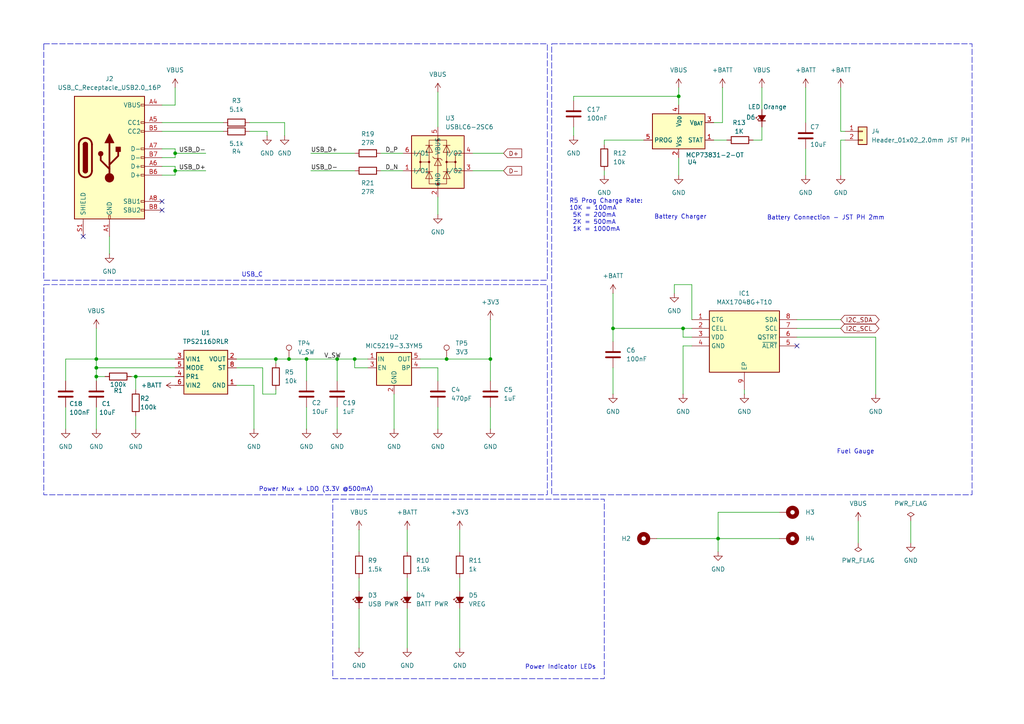
<source format=kicad_sch>
(kicad_sch (version 20250114) (generator "eeschema") (generator_version "9.0")
  (paper "A4")
  (title_block (title "LoRa Hub"))
  (lib_symbols
    (symbol "Device:R" (pin_numbers (hide yes)) (pin_names (offset 0))
      (property "Reference" "R" (at 2.032 0 90))
      (property "Value" "R" (at 0 0 90))
      (symbol "R_1_1"
        (pin passive line (at 0 3.81 270) (length 1.27) (name "~") (number "1"))
        (pin passive line (at 0 -3.81 90) (length 1.27) (name "~") (number "2"))
      )
    )
    (symbol "IBA_mechanical_parts:MountingHole_Pad_M3" (pin_numbers (hide yes)) (pin_names (offset 1.016) (hide yes)) (in_bom no)
      (symbol "MountingHole_Pad_M3_1_1"
        (pin input line (at 0 -2.54 90) (length 2.54) (name "1") (number "1"))
      )
    )
    (symbol "Library:+3V3" (power) (pin_numbers (hide yes)) (pin_names (offset 0) (hide yes))
      (property "Value" "+3V3" (at 0 3.556 0))
      (symbol "+3V3_1_1"
        (pin power_in line (at 0 0 90) (length 0) (name "~") (number "1"))
      )
    )
    (symbol "Library:+BATT" (power) (pin_numbers (hide yes)) (pin_names (offset 0) (hide yes))
      (property "Value" "+BATT" (at 0 3.556 0))
      (symbol "+BATT_1_1"
        (pin power_in line (at 0 0 90) (length 0) (name "~") (number "1"))
      )
    )
    (symbol "Library:100K_0603_standard" (pin_numbers (hide yes)) (pin_names (offset 0))
      (property "Reference" "R" (at 2.032 0 90))
      (property "Value" "100K" (at -2.54 0 90))
      (symbol "100K_0603_standard_1_1"
        (pin passive line (at 0 3.81 270) (length 1.27) (name "~") (number "1"))
        (pin passive line (at 0 -3.81 90) (length 1.27) (name "~") (number "2"))
      )
    )
    (symbol "Library:100nF_0805_100V_X7R" (pin_numbers (hide yes)) (pin_names (offset 0.254))
      (property "Reference" "C" (at 0.635 2.54 0))
      (property "Value" "100nF_0805_100V_X7R" (at 0.635 -2.54 0))
      (symbol "100nF_0805_100V_X7R_1_1"
        (pin passive line (at 0 3.81 270) (length 2.794) (name "~") (number "1"))
        (pin passive line (at 0 -3.81 90) (length 2.794) (name "~") (number "2"))
      )
    )
    (symbol "Library:10K0_0603" (pin_numbers (hide yes)) (pin_names (offset 0))
      (property "Reference" "R" (at 2.032 0 90))
      (property "Value" "10K0_0603" (at -2.54 0 90))
      (symbol "10K0_0603_1_1"
        (pin passive line (at 0 3.81 270) (length 1.27) (name "~") (number "1"))
        (pin passive line (at 0 -3.81 90) (length 1.27) (name "~") (number "2"))
      )
    )
    (symbol "Library:10K_0805" (pin_numbers (hide yes)) (pin_names (offset 0))
      (property "Reference" "R" (at 2.032 0 90))
      (property "Value" "10K_0805" (at -2.54 0 90))
      (symbol "10K_0805_1_1"
        (pin passive line (at 0 3.81 270) (length 1.27) (name "~") (number "1"))
        (pin passive line (at 0 -3.81 90) (length 1.27) (name "~") (number "2"))
      )
    )
    (symbol "Library:10uF_0603_10V_X5R" (pin_numbers (hide yes)) (pin_names (offset 0.254))
      (property "Reference" "C" (at 0.635 2.54 0))
      (property "Value" "10uF_0603_10V_X5R" (at 0.635 -2.54 0))
      (symbol "10uF_0603_10V_X5R_1_1"
        (pin passive line (at 0 3.81 270) (length 2.794) (name "~") (number "1"))
        (pin passive line (at 0 -3.81 90) (length 2.794) (name "~") (number "2"))
      )
    )
    (symbol "Library:10uF_1210_50V_X7R" (pin_numbers (hide yes)) (pin_names (offset 0.254))
      (property "Reference" "C" (at 1.27 2.54 0))
      (property "Value" "10uF" (at 1.27 -2.54 0))
      (symbol "10uF_1210_50V_X7R_1_1"
        (pin passive line (at 0 3.81 270) (length 2.794) (name "~") (number "1"))
        (pin passive line (at 0 -3.81 90) (length 2.794) (name "~") (number "2"))
      )
    )
    (symbol "Library:1K5_0805" (pin_numbers (hide yes))
      (property "Reference" "R" (at -2.54 -1.27 90))
      (property "Value" "1K5_0805" (at 2.54 -5.08 90))
      (symbol "1K5_0805_1_1"
        (pin passive line (at 0 3.81 270) (length 1.27) (name "~") (number "1"))
        (pin passive line (at 0 -3.81 90) (length 1.27) (name "~") (number "2"))
      )
    )
    (symbol "Library:1K_0603" (pin_numbers (hide yes)) (pin_names (offset 0))
      (property "Reference" "R" (at 2.032 0 90))
      (property "Value" "1K" (at -2.54 0 90))
      (symbol "1K_0603_1_1"
        (pin passive line (at 0 3.81 270) (length 1.27) (name "~") (number "1"))
        (pin passive line (at 0 -3.81 90) (length 1.27) (name "~") (number "2"))
      )
    )
    (symbol "Library:1K_0805" (pin_numbers (hide yes)) (pin_names (offset 0))
      (property "Reference" "R" (at 2.032 0 90))
      (property "Value" "1K_0805" (at -2.54 0 90))
      (symbol "1K_0805_1_1"
        (pin passive line (at 0 3.81 270) (length 1.27) (name "~") (number "1"))
        (pin passive line (at 0 -3.81 90) (length 1.27) (name "~") (number "2"))
      )
    )
    (symbol "Library:1uF_0805_25V_X7R" (pin_numbers (hide yes)) (pin_names (offset 0.254))
      (property "Reference" "C" (at 0.635 2.54 0))
      (property "Value" "1uF_0805_25V_X7R" (at 0.635 -2.54 0))
      (symbol "1uF_0805_25V_X7R_1_1"
        (pin passive line (at 0 3.81 270) (length 2.794) (name "~") (number "1"))
        (pin passive line (at 0 -3.81 90) (length 2.794) (name "~") (number "2"))
      )
    )
    (symbol "Library:470pF_0805_100V_NP0-C0G" (pin_numbers (hide yes)) (pin_names (offset 0.254))
      (property "Reference" "C" (at 0.635 2.54 0))
      (property "Value" "470pF_0805_100V_NP0-C0G" (at 0.635 -2.54 0))
      (symbol "470pF_0805_100V_NP0-C0G_1_1"
        (pin passive line (at 0 3.81 270) (length 2.794) (name "~") (number "1"))
        (pin passive line (at 0 -3.81 90) (length 2.794) (name "~") (number "2"))
      )
    )
    (symbol "Library:5K1_0805" (pin_numbers (hide yes))
      (property "Reference" "R" (at -3.81 0 90))
      (property "Value" "5K1_0805" (at 3.81 -5.08 90))
      (symbol "5K1_0805_1_1"
        (pin passive line (at 0 3.81 270) (length 1.27) (name "~") (number "1"))
        (pin passive line (at 0 -3.81 90) (length 1.27) (name "~") (number "2"))
      )
    )
    (symbol "Library:GND" (power) (pin_numbers (hide yes)) (pin_names (offset 0) (hide yes))
      (property "Value" "GND" (at 0 -3.81 0))
      (symbol "GND_1_1"
        (pin power_in line (at 0 0 270) (length 0) (name "~") (number "1"))
      )
    )
    (symbol "Library:Header_01x02_1.5mm_JST" (pin_names (hide yes))
      (property "Reference" "J" (at 0 3.81 0))
      (property "Value" "Header_01x02_1.5mm_JST" (at 0 -3.81 0))
      (symbol "Header_01x02_1.5mm_JST_1_1"
        (pin passive line (at -5.08 1.27 0) (length 3.81) (name "Pin_1") (number "1"))
        (pin passive line (at -5.08 -1.27 0) (length 3.81) (name "Pin_2") (number "2"))
      )
    )
    (symbol "Library:LED_Green_0805" (pin_numbers (hide yes)) (pin_names (offset 0.254) (hide yes))
      (property "Reference" "D" (at -1.27 3.175 0))
      (property "Value" "LED Green" (at -4.445 -2.54 0))
      (symbol "LED_Green_0805_1_1"
        (pin passive line (at -2.54 0 0) (length 1.778) (name "K") (number "1"))
        (pin passive line (at 2.54 0 180) (length 1.778) (name "A") (number "2"))
      )
    )
    (symbol "Library:LED_Red_0805" (pin_numbers (hide yes)) (pin_names (offset 0.254) (hide yes))
      (property "Reference" "D" (at -1.27 3.175 0))
      (property "Value" "LED Red" (at -4.445 -2.54 0))
      (symbol "LED_Red_0805_1_1"
        (pin passive line (at -2.54 0 0) (length 1.778) (name "K") (number "1"))
        (pin passive line (at 2.54 0 180) (length 1.778) (name "A") (number "2"))
      )
    )
    (symbol "Library:MAX17048G+T10"
      (property "Reference" "IC" (at 26.67 7.62 0))
      (property "Value" "MAX17048G+T10" (at 26.67 5.08 0))
      (symbol "MAX17048G+T10_1_1"
        (pin passive line (at 0 0 0) (length 5.08) (name "CTG") (number "1"))
        (pin passive line (at 0 -2.54 0) (length 5.08) (name "CELL") (number "2"))
        (pin passive line (at 0 -5.08 0) (length 5.08) (name "VDD") (number "3"))
        (pin passive line (at 0 -7.62 0) (length 5.08) (name "GND") (number "4"))
        (pin passive line (at 15.24 -20.32 90) (length 5.08) (name "EP") (number "9"))
        (pin passive line (at 30.48 0 180) (length 5.08) (name "SDA") (number "8"))
        (pin passive line (at 30.48 -2.54 180) (length 5.08) (name "SCL") (number "7"))
        (pin passive line (at 30.48 -5.08 180) (length 5.08) (name "QSTRT") (number "6"))
        (pin passive line (at 30.48 -7.62 180) (length 5.08) (name "~{ALRT}") (number "5"))
      )
    )
    (symbol "Library:MCP73831-2-OT"
      (property "Reference" "U" (at -7.62 6.35 0))
      (property "Value" "MCP73831-2-OT" (at 1.27 6.35 0))
      (symbol "MCP73831-2-OT_1_1"
        (pin input line (at -10.16 -2.54 0) (length 2.54) (name "PROG") (number "5"))
        (pin power_in line (at 0 7.62 270) (length 2.54) (name "V_{DD}") (number "4"))
        (pin power_in line (at 0 -7.62 90) (length 2.54) (name "V_{SS}") (number "2"))
        (pin power_out line (at 10.16 2.54 180) (length 2.54) (name "V_{BAT}") (number "3"))
        (pin tri_state line (at 10.16 -2.54 180) (length 2.54) (name "STAT") (number "1"))
      )
    )
    (symbol "Library:MIC5219-3.3YM5" (pin_names (offset 0.254))
      (property "Reference" "U" (at -3.81 5.715 0))
      (property "Value" "MIC5219-3.3YM5" (at 0 5.715 0))
      (symbol "MIC5219-3.3YM5_1_1"
        (pin power_in line (at -7.62 2.54 0) (length 2.54) (name "IN") (number "1"))
        (pin input line (at -7.62 0 0) (length 2.54) (name "EN") (number "3"))
        (pin power_in line (at 0 -7.62 90) (length 2.54) (name "GND") (number "2"))
        (pin power_out line (at 7.62 2.54 180) (length 2.54) (name "OUT") (number "5"))
        (pin input line (at 7.62 0 180) (length 2.54) (name "BP") (number "4"))
      )
    )
    (symbol "Library:PWR_FLAG" (power) (pin_numbers (hide yes)) (pin_names (offset 0) (hide yes))
      (property "Value" "PWR_FLAG" (at 0 3.81 0))
      (symbol "PWR_FLAG_0_0"
        (pin power_out line (at 0 0 90) (length 0) (name "~") (number "1"))
      )
    )
    (symbol "Library:TPS2116DRLR"
      (property "Reference" "U" (at 2.54 3.81 0))
      (property "Value" "TPS2116DRLR" (at 2.54 -12.7 0))
      (symbol "TPS2116DRLR_1_1"
        (pin power_in line (at 0 0 0) (length 2.54) (name "VIN1") (number "3"))
        (pin input line (at 0 -2.54 0) (length 2.54) (name "MODE") (number "5"))
        (pin input line (at 0 -5.08 0) (length 2.54) (name "PR1") (number "4"))
        (pin power_in line (at 0 -7.62 0) (length 2.54) (name "VIN2") (number "6"))
        (pin power_out line (at 17.78 0 180) (length 2.54) (name "VOUT") (number "2"))
        (pin passive line (at 17.78 0 180) (length 2.54) (hide yes) (name "VOUT") (number "7"))
        (pin open_collector line (at 17.78 -2.54 180) (length 2.54) (name "ST") (number "8"))
        (pin power_in line (at 17.78 -7.62 180) (length 2.54) (name "GND") (number "1"))
      )
    )
    (symbol "Library:TestPoint" (pin_numbers (hide yes)) (pin_names (offset 0.762) (hide yes))
      (property "Reference" "TP" (at 0 6.858 0))
      (property "Value" "TestPoint" (at 0 5.08 0))
      (symbol "TestPoint_1_1"
        (pin passive line (at 0 0 90) (length 2.54) (name "1") (number "1"))
      )
    )
    (symbol "Library:USBLC6-2SC6"
      (property "Reference" "U" (at 1.27 11.43 0))
      (property "Value" "USBLC6-2SC6" (at 1.27 8.89 0))
      (symbol "USBLC6-2SC6_1_1"
        (pin passive line (at -10.16 2.54 0) (length 2.54) (name "I/O1") (number "6"))
        (pin passive line (at -10.16 -2.54 0) (length 2.54) (name "I/O1") (number "1"))
        (pin passive line (at 0 10.16 270) (length 2.54) (name "VBUS") (number "5"))
        (pin passive line (at 0 -10.16 90) (length 2.54) (name "GND") (number "2"))
        (pin passive line (at 10.16 2.54 180) (length 2.54) (name "I/O2") (number "4"))
        (pin passive line (at 10.16 -2.54 180) (length 2.54) (name "I/O2") (number "3"))
      )
    )
    (symbol "Library:USB_C_Receptacle_USB2.0_16P" (pin_names (offset 1.016))
      (property "Reference" "J" (at 0 22.225 0))
      (property "Value" "USB_C_Receptacle_USB2.0_16P" (at 0 19.685 0))
      (symbol "USB_C_Receptacle_USB2.0_16P_1_1"
        (pin passive line (at -7.62 -22.86 90) (length 5.08) (name "SHIELD") (number "S1"))
        (pin passive line (at 0 -22.86 90) (length 5.08) (name "GND") (number "A1"))
        (pin passive line (at 0 -22.86 90) (length 5.08) (hide yes) (name "GND") (number "A12"))
        (pin passive line (at 0 -22.86 90) (length 5.08) (hide yes) (name "GND") (number "B1"))
        (pin passive line (at 0 -22.86 90) (length 5.08) (hide yes) (name "GND") (number "B12"))
        (pin passive line (at 15.24 15.24 180) (length 5.08) (name "VBUS") (number "A4"))
        (pin passive line (at 15.24 15.24 180) (length 5.08) (hide yes) (name "VBUS") (number "A9"))
        (pin passive line (at 15.24 15.24 180) (length 5.08) (hide yes) (name "VBUS") (number "B4"))
        (pin passive line (at 15.24 15.24 180) (length 5.08) (hide yes) (name "VBUS") (number "B9"))
        (pin bidirectional line (at 15.24 10.16 180) (length 5.08) (name "CC1") (number "A5"))
        (pin bidirectional line (at 15.24 7.62 180) (length 5.08) (name "CC2") (number "B5"))
        (pin bidirectional line (at 15.24 2.54 180) (length 5.08) (name "D-") (number "A7"))
        (pin bidirectional line (at 15.24 0 180) (length 5.08) (name "D-") (number "B7"))
        (pin bidirectional line (at 15.24 -2.54 180) (length 5.08) (name "D+") (number "A6"))
        (pin bidirectional line (at 15.24 -5.08 180) (length 5.08) (name "D+") (number "B6"))
        (pin bidirectional line (at 15.24 -12.7 180) (length 5.08) (name "SBU1") (number "A8"))
        (pin bidirectional line (at 15.24 -15.24 180) (length 5.08) (name "SBU2") (number "B8"))
      )
    )
    (symbol "Library:VBUS" (power) (pin_numbers (hide yes)) (pin_names (offset 0) (hide yes))
      (property "Value" "VBUS" (at 0 3.556 0))
      (symbol "VBUS_1_1"
        (pin power_in line (at 0 0 90) (length 0) (name "~") (number "1"))
      )
    )
  )
  (rectangle (start 12.7 12.7) (end 158.75 81.28) (stroke (width 0) (type dash)))
  (rectangle (start 12.7 82.55) (end 158.75 143.51) (stroke (width 0) (type dash)))
  (rectangle (start 96.52 144.78) (end 175.26 196.85) (stroke (width 0) (type dash)))
  (rectangle (start 160.02 12.7) (end 281.94 143.51) (stroke (width 0) (type dash)))
  (text "Battery Connection - JST PH 2mm" (at 239.522 63.246 0) (effects (font (size 1.27 1.27))))
  (text "R5 Prog Charge Rate:\n10K = 100mA\n 5K = 200mA\n 2K = 500mA\n 1K = 1000mA" (at 165.1 67.31 0) (effects (font (size 1.27 1.27)) (justify left bottom)))
  (text "Battery Charger" (at 197.358 62.992 0) (effects (font (size 1.27 1.27))))
  (text "Power Indicator LEDs\n" (at 162.56 193.548 0) (effects (font (size 1.27 1.27))))
  (text "Power Mux + LDO (3.3V @500mA)" (at 91.694 141.986 0) (effects (font (size 1.27 1.27))))
  (text "USB_C" (at 73.152 79.756 0) (effects (font (size 1.27 1.27))))
  (text "Fuel Gauge" (at 248.158 131.064 0) (effects (font (size 1.27 1.27))))
  (junction (at 198.12 95.25))
  (junction (at 88.9 104.14))
  (junction (at 196.85 27.94))
  (junction (at 39.37 109.22))
  (junction (at 27.94 106.68))
  (junction (at 97.79 104.14))
  (junction (at 80.01 104.14))
  (junction (at 83.82 104.14))
  (junction (at 27.94 109.22))
  (junction (at 208.28 156.21))
  (junction (at 142.24 104.14))
  (junction (at 177.8 95.25))
  (junction (at 102.87 104.14))
  (junction (at 129.54 104.14))
  (junction (at 27.94 104.14))
  (junction (at 50.8 49.53))
  (junction (at 50.8 44.45))
  (no_connect (at 46.99 58.42))
  (no_connect (at 46.99 60.96))
  (no_connect (at 24.13 68.58))
  (no_connect (at 231.14 100.33))
  (wire (pts (xy 243.84 40.64) (xy 243.84 50.8)))
  (wire (pts (xy 50.8 25.4) (xy 50.8 30.48)))
  (wire (pts (xy 88.9 104.14) (xy 97.79 104.14)))
  (wire (pts (xy 142.24 118.11) (xy 142.24 124.46)))
  (wire (pts (xy 97.79 104.14) (xy 97.79 110.49)))
  (wire (pts (xy 245.11 38.1) (xy 243.84 38.1)))
  (wire (pts (xy 88.9 118.11) (xy 88.9 124.46)))
  (wire (pts (xy 215.9 113.03) (xy 215.9 114.3)))
  (wire (pts (xy 114.3 114.3) (xy 114.3 124.46)))
  (wire (pts (xy 127 118.11) (xy 127 124.46)))
  (wire (pts (xy 121.92 104.14) (xy 129.54 104.14)))
  (wire (pts (xy 245.11 40.64) (xy 243.84 40.64)))
  (wire (pts (xy 137.16 44.45) (xy 146.05 44.45)))
  (wire (pts (xy 38.1 109.22) (xy 39.37 109.22)))
  (wire (pts (xy 121.92 106.68) (xy 127 106.68)))
  (wire (pts (xy 39.37 120.65) (xy 39.37 124.46)))
  (wire (pts (xy 50.8 43.18) (xy 50.8 44.45)))
  (wire (pts (xy 133.35 176.53) (xy 133.35 187.96)))
  (wire (pts (xy 208.28 148.59) (xy 208.28 156.21)))
  (wire (pts (xy 220.98 25.4) (xy 220.98 31.75)))
  (wire (pts (xy 73.66 111.76) (xy 73.66 124.46)))
  (wire (pts (xy 196.85 45.72) (xy 196.85 50.8)))
  (wire (pts (xy 82.55 35.56) (xy 82.55 39.37)))
  (wire (pts (xy 80.01 104.14) (xy 80.01 105.41)))
  (wire (pts (xy 129.54 104.14) (xy 142.24 104.14)))
  (wire (pts (xy 104.14 176.53) (xy 104.14 187.96)))
  (wire (pts (xy 19.05 118.11) (xy 19.05 124.46)))
  (wire (pts (xy 50.8 44.45) (xy 59.69 44.45)))
  (wire (pts (xy 72.39 35.56) (xy 82.55 35.56)))
  (wire (pts (xy 80.01 104.14) (xy 83.82 104.14)))
  (wire (pts (xy 198.12 95.25) (xy 200.66 95.25)))
  (wire (pts (xy 104.14 167.64) (xy 104.14 171.45)))
  (wire (pts (xy 243.84 25.4) (xy 243.84 38.1)))
  (wire (pts (xy 46.99 48.26) (xy 50.8 48.26)))
  (wire (pts (xy 220.98 36.83) (xy 220.98 40.64)))
  (wire (pts (xy 31.75 68.58) (xy 31.75 73.66)))
  (wire (pts (xy 68.58 111.76) (xy 73.66 111.76)))
  (wire (pts (xy 231.14 92.71) (xy 243.84 92.71)))
  (wire (pts (xy 146.05 49.53) (xy 137.16 49.53)))
  (wire (pts (xy 19.05 110.49) (xy 19.05 104.14)))
  (wire (pts (xy 133.35 153.67) (xy 133.35 160.02)))
  (wire (pts (xy 195.58 85.09) (xy 195.58 82.55)))
  (wire (pts (xy 118.11 153.67) (xy 118.11 160.02)))
  (wire (pts (xy 177.8 95.25) (xy 177.8 99.06)))
  (wire (pts (xy 208.28 156.21) (xy 208.28 160.02)))
  (wire (pts (xy 72.39 38.1) (xy 77.47 38.1)))
  (wire (pts (xy 102.87 104.14) (xy 106.68 104.14)))
  (wire (pts (xy 142.24 104.14) (xy 142.24 110.49)))
  (wire (pts (xy 76.2 106.68) (xy 68.58 106.68)))
  (wire (pts (xy 27.94 106.68) (xy 50.8 106.68)))
  (wire (pts (xy 208.28 156.21) (xy 226.06 156.21)))
  (wire (pts (xy 196.85 27.94) (xy 196.85 30.48)))
  (wire (pts (xy 195.58 82.55) (xy 200.66 82.55)))
  (wire (pts (xy 39.37 109.22) (xy 50.8 109.22)))
  (wire (pts (xy 196.85 25.4) (xy 196.85 27.94)))
  (wire (pts (xy 106.68 106.68) (xy 102.87 106.68)))
  (wire (pts (xy 27.94 104.14) (xy 27.94 106.68)))
  (wire (pts (xy 142.24 104.14) (xy 142.24 92.71)))
  (wire (pts (xy 97.79 104.14) (xy 102.87 104.14)))
  (wire (pts (xy 177.8 95.25) (xy 177.8 85.09)))
  (wire (pts (xy 118.11 167.64) (xy 118.11 171.45)))
  (wire (pts (xy 68.58 104.14) (xy 80.01 104.14)))
  (wire (pts (xy 97.79 118.11) (xy 97.79 124.46)))
  (wire (pts (xy 19.05 104.14) (xy 27.94 104.14)))
  (wire (pts (xy 104.14 153.67) (xy 104.14 160.02)))
  (wire (pts (xy 209.55 25.4) (xy 209.55 35.56)))
  (wire (pts (xy 46.99 45.72) (xy 50.8 45.72)))
  (wire (pts (xy 207.01 40.64) (xy 210.82 40.64)))
  (wire (pts (xy 102.87 106.68) (xy 102.87 104.14)))
  (wire (pts (xy 46.99 43.18) (xy 50.8 43.18)))
  (wire (pts (xy 27.94 106.68) (xy 27.94 109.22)))
  (wire (pts (xy 27.94 104.14) (xy 50.8 104.14)))
  (wire (pts (xy 264.16 157.48) (xy 264.16 151.13)))
  (wire (pts (xy 27.94 109.22) (xy 27.94 110.49)))
  (wire (pts (xy 39.37 109.22) (xy 39.37 113.03)))
  (wire (pts (xy 209.55 35.56) (xy 207.01 35.56)))
  (wire (pts (xy 50.8 48.26) (xy 50.8 49.53)))
  (wire (pts (xy 200.66 82.55) (xy 200.66 92.71)))
  (wire (pts (xy 133.35 167.64) (xy 133.35 171.45)))
  (wire (pts (xy 200.66 97.79) (xy 198.12 97.79)))
  (wire (pts (xy 80.01 114.3) (xy 76.2 114.3)))
  (wire (pts (xy 254 97.79) (xy 254 114.3)))
  (wire (pts (xy 77.47 38.1) (xy 77.47 39.37)))
  (wire (pts (xy 110.49 49.53) (xy 116.84 49.53)))
  (wire (pts (xy 46.99 38.1) (xy 64.77 38.1)))
  (wire (pts (xy 248.92 151.13) (xy 248.92 157.48)))
  (wire (pts (xy 127 26.67) (xy 127 36.83)))
  (wire (pts (xy 127 57.15) (xy 127 62.23)))
  (wire (pts (xy 50.8 49.53) (xy 50.8 50.8)))
  (wire (pts (xy 27.94 95.25) (xy 27.94 104.14)))
  (wire (pts (xy 27.94 118.11) (xy 27.94 124.46)))
  (wire (pts (xy 177.8 106.68) (xy 177.8 114.3)))
  (wire (pts (xy 190.5 156.21) (xy 208.28 156.21)))
  (wire (pts (xy 198.12 95.25) (xy 177.8 95.25)))
  (wire (pts (xy 90.17 44.45) (xy 102.87 44.45)))
  (wire (pts (xy 76.2 114.3) (xy 76.2 106.68)))
  (wire (pts (xy 88.9 104.14) (xy 88.9 110.49)))
  (wire (pts (xy 166.37 36.83) (xy 166.37 39.37)))
  (wire (pts (xy 175.26 41.91) (xy 175.26 40.64)))
  (wire (pts (xy 30.48 109.22) (xy 27.94 109.22)))
  (wire (pts (xy 83.82 104.14) (xy 88.9 104.14)))
  (wire (pts (xy 208.28 148.59) (xy 226.06 148.59)))
  (wire (pts (xy 46.99 35.56) (xy 64.77 35.56)))
  (wire (pts (xy 127 106.68) (xy 127 110.49)))
  (wire (pts (xy 50.8 44.45) (xy 50.8 45.72)))
  (wire (pts (xy 46.99 30.48) (xy 50.8 30.48)))
  (wire (pts (xy 46.99 50.8) (xy 50.8 50.8)))
  (wire (pts (xy 231.14 95.25) (xy 243.84 95.25)))
  (wire (pts (xy 198.12 97.79) (xy 198.12 95.25)))
  (wire (pts (xy 200.66 100.33) (xy 198.12 100.33)))
  (wire (pts (xy 231.14 97.79) (xy 254 97.79)))
  (wire (pts (xy 175.26 40.64) (xy 186.69 40.64)))
  (wire (pts (xy 233.68 25.4) (xy 233.68 35.56)))
  (wire (pts (xy 166.37 29.21) (xy 166.37 27.94)))
  (wire (pts (xy 166.37 27.94) (xy 196.85 27.94)))
  (wire (pts (xy 110.49 44.45) (xy 116.84 44.45)))
  (wire (pts (xy 80.01 113.03) (xy 80.01 114.3)))
  (wire (pts (xy 90.17 49.53) (xy 102.87 49.53)))
  (wire (pts (xy 198.12 100.33) (xy 198.12 114.3)))
  (wire (pts (xy 175.26 49.53) (xy 175.26 50.8)))
  (wire (pts (xy 50.8 49.53) (xy 59.69 49.53)))
  (wire (pts (xy 220.98 40.64) (xy 218.44 40.64)))
  (wire (pts (xy 233.68 43.18) (xy 233.68 50.8)))
  (wire (pts (xy 118.11 176.53) (xy 118.11 187.96)))
  (label "USB_D+" (at 90.17 44.45 0))
  (label "USB_D+" (at 59.69 49.53 180))
  (label "V_SW" (at 93.98 104.14 0))
  (label "USB_D-" (at 59.69 44.45 180))
  (label "USB_D-" (at 90.17 49.53 0))
  (label "D_P" (at 111.76 44.45 0))
  (label "D_N" (at 111.76 49.53 0))
  (global_label "D+" (shape input) (at 146.05 44.45 0) (property "Intersheetrefs" "${INTERSHEET_REFS}" (effects (hide yes))))
  (global_label "I2C_SCL" (shape bidirectional) (at 243.84 95.25 0) (property "Intersheetrefs" "${INTERSHEET_REFS}" (effects (hide yes))))
  (global_label "I2C_SDA" (shape bidirectional) (at 243.84 92.71 0) (property "Intersheetrefs" "${INTERSHEET_REFS}" (effects (hide yes))))
  (global_label "D-" (shape input) (at 146.05 49.53 0) (property "Intersheetrefs" "${INTERSHEET_REFS}" (effects (hide yes))))
  (symbol (lib_id "Library:GND") (at 97.79 124.46 0) (mirror y) (unit 1)
    (property "Reference" "#PWR068" (effects (hide yes)))
    (property "Value" "GND" (at 97.79 129.54 0))
    (property "Description" "Power symbol creates a global label with name \"GND\" , ground" (effects (hide yes)))
  )
  (symbol (lib_id "Library:GND") (at 177.8 114.3 0) (unit 1)
    (property "Reference" "#PWR033" (effects (hide yes)))
    (property "Value" "GND" (at 177.8 119.38 0))
    (property "Description" "Power symbol creates a global label with name \"GND\" , ground" (effects (hide yes)))
  )
  (symbol (lib_id "Library:GND") (at 175.26 50.8 0) (unit 1)
    (property "Reference" "#PWR031" (effects (hide yes)))
    (property "Value" "GND" (at 175.26 55.88 0))
    (property "Description" "Power symbol creates a global label with name \"GND\" , ground" (effects (hide yes)))
  )
  (symbol (lib_id "Library:100nF_0805_100V_X7R") (at 166.37 33.02 0) (unit 1)
    (property "Reference" "C17" (at 170.18 31.7499 0) (effects (justify left)))
    (property "Value" "100nF" (at 170.18 34.2899 0) (effects (justify left)))
    (property "Footprint" "Project_Footprints:C_0805_2012Metric" (effects (hide yes)))
    (property "Description" "100nF 0805, ceramic capacitor, 100V, X7R, 10%" (effects (hide yes)))
    (property "Status" "Preferred" (effects (hide yes)))
    (property "Mfr1" "AVX" (effects (hide yes)))
    (property "MPN1" "08051C104KAT2A" (effects (hide yes)))
    (property "Mfr2" "KEMET" (effects (hide yes)))
    (property "MPN2" "C0805C104K1RACTU" (effects (hide yes)))
  )
  (symbol (lib_id "Library:100K_0603_standard") (at 34.29 109.22 90) (unit 1)
    (property "Reference" "R1" (at 34.29 113.284 90))
    (property "Value" "100k" (at 34.29 111.506 90))
    (property "Footprint" "Project_Footprints:R_0603_1608Metric" (effects (hide yes)))
    (property "Description" "Resistor 100K, 0603, 1%, 75V, Thick Film, 100ppm" (effects (hide yes)))
    (property "Status" "Recommended for New Design" (effects (hide yes)))
    (property "Mfr1" "Panasonic" (effects (hide yes)))
    (property "MPN1" "ERJ-3EKF1003V" (effects (hide yes)))
    (property "Mfr2" "Vishay" (effects (hide yes)))
    (property "MPN2" "CRCW0603100KFKEA" (effects (hide yes)))
    (property "Mfr3" "Yageo" (effects (hide yes)))
    (property "MPN3" "RC0603FR-07100KL" (effects (hide yes)))
  )
  (symbol (lib_id "Library:1K_0603") (at 214.63 40.64 90) (unit 1)
    (property "Reference" "R13" (at 214.376 35.56 90))
    (property "Value" "1K" (at 214.376 38.1 90))
    (property "Footprint" "Project_Footprints:R_0603_1608Metric" (effects (hide yes)))
    (property "Description" "Resistor 1K, 0603, 1%, 150V, Thick Film" (effects (hide yes)))
    (property "Status" "Preferred" (effects (hide yes)))
    (property "Mfr1" "Panasonic" (effects (hide yes)))
    (property "MPN1" "ERJ-PA3F1001V" (effects (hide yes)))
    (property "Mfr2" "Panasonic" (effects (hide yes)))
    (property "MPN2" "ERJ-UP3F1001V" (effects (hide yes)))
  )
  (symbol (lib_id "Library:PWR_FLAG") (at 264.16 151.13 0) (unit 1)
    (property "Reference" "#FLG02" (effects (hide yes)))
    (property "Value" "PWR_FLAG" (at 264.16 146.05 0))
    (property "Description" "Special symbol for telling ERC where power comes from" (effects (hide yes)))
  )
  (symbol (lib_id "Library:1uF_0805_25V_X7R") (at 142.24 114.3 0) (unit 1)
    (property "Reference" "C5" (at 146.05 113.0299 0) (effects (justify left)))
    (property "Value" "1uF" (at 146.05 115.5699 0) (effects (justify left)))
    (property "Footprint" "Project_Footprints:C_0805_2012Metric" (effects (hide yes)))
    (property "Description" "1uF 0805, ceramic capacitor, 25V, X7R, 10%" (effects (hide yes)))
    (property "Status" "Preferred" (effects (hide yes)))
    (property "Mfr1" "AVX" (effects (hide yes)))
    (property "MPN1" "08053C105KAT2A" (effects (hide yes)))
    (property "Mfr2" "KEMET" (effects (hide yes)))
    (property "MPN2" "C0805C105K3RACTU" (effects (hide yes)))
  )
  (symbol (lib_id "Library:LED_Red_0805") (at 118.11 173.99 90) (unit 1)
    (property "Reference" "D4" (at 120.65 172.6564 90) (effects (justify right)))
    (property "Value" "BATT PWR" (at 120.65 175.1964 90) (effects (justify right)))
    (property "Footprint" "Project_Footprints:LED_0805" (effects (hide yes)))
    (property "Datasheet" "https://www.kingbrightusa.com/images/catalog/SPEC/APTD2012LSURCK.pdf" (effects (hide yes)))
    (property "Description" "Light emitting diode Red 0805 2mA" (effects (hide yes)))
    (property "Mfr1" "Kingbright" (effects (hide yes)))
    (property "MPN1" "APTD2012LSURCK" (effects (hide yes)))
  )
  (symbol (lib_id "Library:GND") (at 82.55 39.37 0) (unit 1)
    (property "Reference" "#PWR011" (effects (hide yes)))
    (property "Value" "GND" (at 82.55 44.45 0))
    (property "Description" "Power symbol creates a global label with name \"GND\" , ground" (effects (hide yes)))
  )
  (symbol (lib_id "Library:GND") (at 27.94 124.46 0) (mirror y) (unit 1)
    (property "Reference" "#PWR02" (effects (hide yes)))
    (property "Value" "GND" (at 27.94 129.54 0))
    (property "Description" "Power symbol creates a global label with name \"GND\" , ground" (effects (hide yes)))
  )
  (symbol (lib_id "Library:GND") (at 77.47 39.37 0) (unit 1)
    (property "Reference" "#PWR09" (effects (hide yes)))
    (property "Value" "GND" (at 77.47 44.45 0))
    (property "Description" "Power symbol creates a global label with name \"GND\" , ground" (effects (hide yes)))
  )
  (symbol (lib_id "Library:LED_Green_0805") (at 220.98 34.29 90) (unit 1)
    (property "Reference" "D6" (at 216.408 34.036 90) (effects (justify right)))
    (property "Value" "LED Orange" (at 216.916 30.988 90) (effects (justify right)))
    (property "Footprint" "Project_Footprints:LED_0805" (effects (hide yes)))
    (property "Description" "Light emitting diode Green 0805 2mA" (effects (hide yes)))
    (property "Mfr1" "Kingbright" (effects (hide yes)))
    (property "MPN1" "APTD2012LCGCK" (effects (hide yes)))
  )
  (symbol (lib_id "Library:GND") (at 39.37 124.46 0) (mirror y) (unit 1)
    (property "Reference" "#PWR03" (effects (hide yes)))
    (property "Value" "GND" (at 39.37 129.54 0))
    (property "Description" "Power symbol creates a global label with name \"GND\" , ground" (effects (hide yes)))
  )
  (symbol (lib_id "Library:GND") (at 127 62.23 0) (mirror y) (unit 1)
    (property "Reference" "#PWR015" (effects (hide yes)))
    (property "Value" "GND" (at 127 67.31 0))
    (property "Description" "Power symbol creates a global label with name \"GND\" , ground" (effects (hide yes)))
  )
  (symbol (lib_id "Library:USBLC6-2SC6") (at 127 46.99 0) (unit 1)
    (property "Reference" "U3" (at 129.1433 34.29 0) (effects (justify left)))
    (property "Value" "USBLC6-2SC6" (at 129.1433 36.83 0) (effects (justify left)))
    (property "Footprint" "Project_Footprints:SOT-23-6" (effects (hide yes)))
    (property "Description" "Very low capacitance ESD protection of high speed interfaces -5.25VRM 17VCL SOT23-6 2 channel" (effects (hide yes)))
    (property "Mfr1" "STMicroelectronics" (effects (hide yes)))
    (property "MPN1" "USBLC6-2SC6" (effects (hide yes)))
    (property "Mfr2" "---" (effects (hide yes)))
    (property "MPN2" "---" (effects (hide yes)))
    (property "Status" "Specific" (effects (hide yes)))
  )
  (symbol (lib_id "Library:+BATT") (at 233.68 25.4 0) (unit 1)
    (property "Reference" "#PWR041" (effects (hide yes)))
    (property "Value" "+BATT" (at 233.68 20.32 0))
    (property "Description" "Power symbol creates a global label with name \"+BATT\"" (effects (hide yes)))
  )
  (symbol (lib_id "Library:GND") (at 196.85 50.8 0) (unit 1)
    (property "Reference" "#PWR036" (effects (hide yes)))
    (property "Value" "GND" (at 196.85 55.88 0))
    (property "Description" "Power symbol creates a global label with name \"GND\" , ground" (effects (hide yes)))
  )
  (symbol (lib_id "Library:USB_C_Receptacle_USB2.0_16P") (at 31.75 45.72 0) (unit 1)
    (property "Reference" "J2" (at 31.75 22.86 0))
    (property "Value" "USB_C_Receptacle_USB2.0_16P" (at 31.75 25.4 0))
    (property "Footprint" "Connector_USB:USB_C_Receptacle_GCT_USB4110" (effects (hide yes)))
    (property "Datasheet" "https://www.usb.org/sites/default/files/documents/usb_type-c.zip" (effects (hide yes)))
    (property "Description" "USB 2.0-only 16P Type-C Receptacle connector" (effects (hide yes)))
    (property "Mfr1" "GCT" (effects (hide yes)))
    (property "MPN1" "USB4110-GF-A" (effects (hide yes)))
    (property "Manufacturer" "GCT" (effects (hide yes)))
  )
  (symbol (lib_id "Library:GND") (at 198.12 114.3 0) (unit 1)
    (property "Reference" "#PWR037" (effects (hide yes)))
    (property "Value" "GND" (at 198.12 119.38 0))
    (property "Description" "Power symbol creates a global label with name \"GND\" , ground" (effects (hide yes)))
  )
  (symbol (lib_id "Library:GND") (at 254 114.3 0) (unit 1)
    (property "Reference" "#PWR045" (effects (hide yes)))
    (property "Value" "GND" (at 254 119.38 0))
    (property "Description" "Power symbol creates a global label with name \"GND\" , ground" (effects (hide yes)))
  )
  (symbol (lib_id "Library:+BATT") (at 177.8 85.09 0) (unit 1)
    (property "Reference" "#PWR032" (effects (hide yes)))
    (property "Value" "+BATT" (at 177.8 80.01 0))
    (property "Description" "Power symbol creates a global label with name \"+BATT\"" (effects (hide yes)))
  )
  (symbol (lib_id "Library:+BATT") (at 243.84 25.4 0) (unit 1)
    (property "Reference" "#PWR043" (effects (hide yes)))
    (property "Value" "+BATT" (at 243.84 20.32 0))
    (property "Description" "Power symbol creates a global label with name \"+BATT\"" (effects (hide yes)))
  )
  (symbol (lib_id "Library:100nF_0805_100V_X7R") (at 177.8 102.87 0) (unit 1)
    (property "Reference" "C6" (at 181.61 101.5999 0) (effects (justify left)))
    (property "Value" "100nF" (at 181.61 104.1399 0) (effects (justify left)))
    (property "Footprint" "Project_Footprints:C_0805_2012Metric" (effects (hide yes)))
    (property "Description" "100nF 0805, ceramic capacitor, 100V, X7R, 10%" (effects (hide yes)))
    (property "Status" "Preferred" (effects (hide yes)))
    (property "Mfr1" "AVX" (effects (hide yes)))
    (property "MPN1" "08051C104KAT2A" (effects (hide yes)))
    (property "Mfr2" "KEMET" (effects (hide yes)))
    (property "MPN2" "C0805C104K1RACTU" (effects (hide yes)))
  )
  (symbol (lib_id "IBA_mechanical_parts:MountingHole_Pad_M3") (at 187.96 156.21 90) (unit 1) (in_bom no)
    (property "Reference" "H2" (at 181.61 156.21 90))
    (property "Value" "MountingHole_Pad_M3" (effects (hide yes)))
    (property "Footprint" "MountingHole:MountingHole_3.2mm_M3_DIN965_Pad_TopBottom" (effects (hide yes)))
    (property "Description" "Mounting Hole with connection, Pad M3" (effects (hide yes)))
  )
  (symbol (lib_id "Library:GND") (at 88.9 124.46 0) (mirror y) (unit 1)
    (property "Reference" "#PWR016" (effects (hide yes)))
    (property "Value" "GND" (at 88.9 129.54 0))
    (property "Description" "Power symbol creates a global label with name \"GND\" , ground" (effects (hide yes)))
  )
  (symbol (lib_id "Library:GND") (at 127 124.46 0) (mirror y) (unit 1)
    (property "Reference" "#PWR026" (effects (hide yes)))
    (property "Value" "GND" (at 127 129.54 0))
    (property "Description" "Power symbol creates a global label with name \"GND\" , ground" (effects (hide yes)))
  )
  (symbol (lib_id "Library:5K1_0805") (at 68.58 35.56 90) (unit 1)
    (property "Reference" "R3" (at 68.58 29.21 90))
    (property "Value" "5.1k" (at 68.58 31.75 90))
    (property "Footprint" "Project_Footprints:R_0805_2012Metric" (effects (hide yes)))
    (property "Description" "Resistor 5K1, 0805, 1%, 150V, Thick Film" (effects (hide yes)))
    (property "Status" "Preferred" (effects (hide yes)))
    (property "Mfr1" "Vishay" (effects (hide yes)))
    (property "MPN1" "CRCW08055K10FKEA" (effects (hide yes)))
    (property "Mfr2" "Panasonic" (effects (hide yes)))
    (property "MPN2" "ERJ6ENF5101V" (effects (hide yes)))
  )
  (symbol (lib_id "Library:GND") (at 233.68 50.8 0) (unit 1)
    (property "Reference" "#PWR042" (effects (hide yes)))
    (property "Value" "GND" (at 233.68 55.88 0))
    (property "Description" "Power symbol creates a global label with name \"GND\" , ground" (effects (hide yes)))
  )
  (symbol (lib_id "Library:10K0_0603") (at 175.26 45.72 0) (unit 1)
    (property "Reference" "R12" (at 177.8 44.4499 0) (effects (justify left)))
    (property "Value" "10k" (at 177.8 46.9899 0) (effects (justify left)))
    (property "Footprint" "Project_Footprints:R_0603_1608Metric" (effects (hide yes)))
    (property "Description" "Resistor 10K0, 0603, 1%, 75V, Thick Film, 100mW" (effects (hide yes)))
    (property "Status" "Specific" (effects (hide yes)))
    (property "Mfr1" "Panasonic" (effects (hide yes)))
    (property "MPN1" "ERJ-3EKF1002V" (effects (hide yes)))
    (property "Mfr2" "---" (effects (hide yes)))
    (property "MPN2" "---" (effects (hide yes)))
  )
  (symbol (lib_id "Library:TPS2116DRLR") (at 50.8 104.14 0) (unit 1)
    (property "Reference" "U1" (at 59.69 96.52 0))
    (property "Value" "TPS2116DRLR" (at 59.69 99.06 0))
    (property "Footprint" "Project_Footprints:SOT-583-8" (effects (hide yes)))
    (property "Datasheet" "https://www.ti.com/lit/ds/symlink/tps2116.pdf" (effects (hide yes)))
    (property "Description" "1.6 V to 5.5 V, 2.5-A Low IQ Power Mux with Manual and Priority Switchover" (effects (hide yes)))
    (property "Status" "Specific" (effects (hide yes)))
    (property "Mfr1" "Texas Instruments" (effects (hide yes)))
    (property "MPN1" "TPS2116DRLR" (effects (hide yes)))
    (property "Reviewed" "28 Feb 2024" (effects (hide yes)))
  )
  (symbol (lib_id "Library:10uF_0603_10V_X5R") (at 88.9 114.3 0) (unit 1)
    (property "Reference" "C2" (at 90.424 116.84 0) (effects (justify left)))
    (property "Value" "10uF" (at 90.424 119.38 0) (effects (justify left)))
    (property "Footprint" "Project_Footprints:C_0603_1608Metric" (effects (hide yes)))
    (property "Description" "10uF 0603, ceramic capacitor, 10V, X5R, 20%" (effects (hide yes)))
    (property "Status" "Specific" (effects (hide yes)))
    (property "Mfr1" "AVX" (effects (hide yes)))
    (property "MPN1" "0603ZD106MAT4A" (effects (hide yes)))
    (property "Mfr2" "KEMET" (effects (hide yes)))
    (property "MPN2" "C0603C106M8PACTU" (effects (hide yes)))
    (property "LCSC" "C19702" (effects (hide yes)))
  )
  (symbol (lib_id "Library:GND") (at 142.24 124.46 0) (mirror y) (unit 1)
    (property "Reference" "#PWR030" (effects (hide yes)))
    (property "Value" "GND" (at 142.24 129.54 0))
    (property "Description" "Power symbol creates a global label with name \"GND\" , ground" (effects (hide yes)))
  )
  (symbol (lib_id "Library:GND") (at 73.66 124.46 0) (mirror y) (unit 1)
    (property "Reference" "#PWR010" (effects (hide yes)))
    (property "Value" "GND" (at 73.66 129.54 0))
    (property "Description" "Power symbol creates a global label with name \"GND\" , ground" (effects (hide yes)))
  )
  (symbol (lib_id "Library:GND") (at 264.16 157.48 0) (unit 1)
    (property "Reference" "#PWR047" (effects (hide yes)))
    (property "Value" "GND" (at 264.16 162.56 0))
    (property "Description" "Power symbol creates a global label with name \"GND\" , ground" (effects (hide yes)))
  )
  (symbol (lib_id "Library:1K5_0805") (at 118.11 163.83 0) (unit 1)
    (property "Reference" "R10" (at 120.65 162.5599 0) (effects (justify left)))
    (property "Value" "1.5k" (at 120.65 165.0999 0) (effects (justify left)))
    (property "Footprint" "Project_Footprints:R_0805_2012Metric" (effects (hide yes)))
    (property "Description" "Resistor 1K5, 0805, 1%, 150V, Thick Film" (effects (hide yes)))
    (property "Status" "Preferred" (effects (hide yes)))
    (property "Mfr1" "Vishay" (effects (hide yes)))
    (property "MPN1" "CRCW08051K50FKEA" (effects (hide yes)))
    (property "Mfr2" "Panasonic" (effects (hide yes)))
    (property "MPN2" "ERJ6ENF1501V" (effects (hide yes)))
  )
  (symbol (lib_id "Library:VBUS") (at 104.14 153.67 0) (unit 1)
    (property "Reference" "#PWR019" (effects (hide yes)))
    (property "Value" "VBUS" (at 104.14 148.59 0))
    (property "Description" "Power symbol creates a global label with name \"VBUS\"" (effects (hide yes)))
  )
  (symbol (lib_id "Device:R") (at 106.68 44.45 90) (unit 1)
    (property "Reference" "R19" (at 106.68 38.862 90))
    (property "Value" "27R" (at 106.68 41.402 90))
    (property "Footprint" "Resistor_SMD:R_0603_1608Metric" (effects (hide yes)))
    (property "Description" "Resistor" (effects (hide yes)))
  )
  (symbol (lib_id "Library:+BATT") (at 118.11 153.67 0) (unit 1)
    (property "Reference" "#PWR022" (effects (hide yes)))
    (property "Value" "+BATT" (at 118.11 148.59 0))
    (property "Description" "Power symbol creates a global label with name \"+BATT\"" (effects (hide yes)))
  )
  (symbol (lib_id "Library:+3V3") (at 142.24 92.71 0) (unit 1)
    (property "Reference" "#PWR029" (effects (hide yes)))
    (property "Value" "+3V3" (at 142.24 87.63 0))
    (property "Description" "Power symbol creates a global label with name \"+3V3\"" (effects (hide yes)))
  )
  (symbol (lib_id "Library:GND") (at 104.14 187.96 0) (unit 1)
    (property "Reference" "#PWR020" (effects (hide yes)))
    (property "Value" "GND" (at 104.14 193.04 0))
    (property "Description" "Power symbol creates a global label with name \"GND\" , ground" (effects (hide yes)))
  )
  (symbol (lib_id "Library:VBUS") (at 220.98 25.4 0) (unit 1)
    (property "Reference" "#PWR040" (effects (hide yes)))
    (property "Value" "VBUS" (at 220.98 20.32 0))
    (property "Description" "Power symbol creates a global label with name \"VBUS\"" (effects (hide yes)))
  )
  (symbol (lib_id "Library:100K_0603_standard") (at 39.37 116.84 180) (unit 1)
    (property "Reference" "R2" (at 40.64 115.57 0) (effects (justify right)))
    (property "Value" "100k" (at 40.64 118.11 0) (effects (justify right)))
    (property "Footprint" "Project_Footprints:R_0603_1608Metric" (effects (hide yes)))
    (property "Description" "Resistor 100K, 0603, 1%, 75V, Thick Film, 100ppm" (effects (hide yes)))
    (property "Status" "Recommended for New Design" (effects (hide yes)))
    (property "Mfr1" "Panasonic" (effects (hide yes)))
    (property "MPN1" "ERJ-3EKF1003V" (effects (hide yes)))
    (property "Mfr2" "Vishay" (effects (hide yes)))
    (property "MPN2" "CRCW0603100KFKEA" (effects (hide yes)))
    (property "Mfr3" "Yageo" (effects (hide yes)))
    (property "MPN3" "RC0603FR-07100KL" (effects (hide yes)))
  )
  (symbol (lib_id "Library:GND") (at 114.3 124.46 0) (mirror y) (unit 1)
    (property "Reference" "#PWR021" (effects (hide yes)))
    (property "Value" "GND" (at 114.3 129.54 0))
    (property "Description" "Power symbol creates a global label with name \"GND\" , ground" (effects (hide yes)))
  )
  (symbol (lib_id "Library:TestPoint") (at 83.82 104.14 0) (unit 1)
    (property "Reference" "TP4" (at 86.36 99.5679 0) (effects (justify left)))
    (property "Value" "V_SW" (at 86.36 102.1079 0) (effects (justify left)))
    (property "Footprint" "Project_Footprints:TestPoint_Pad_D1.0mm" (effects (hide yes)))
    (property "Datasheet" "---" (effects (hide yes)))
    (property "Description" "test point" (effects (hide yes)))
    (property "Status" "Preferred" (effects (hide yes)))
    (property "Mfr1" "---" (effects (hide yes)))
    (property "MPN1" "---" (effects (hide yes)))
    (property "Mfr2" "---" (effects (hide yes)))
    (property "MPN2" "---" (effects (hide yes)))
  )
  (symbol (lib_id "Library:VBUS") (at 248.92 151.13 0) (unit 1)
    (property "Reference" "#PWR046" (effects (hide yes)))
    (property "Value" "VBUS" (at 248.92 146.05 0))
    (property "Description" "Power symbol creates a global label with name \"VBUS\"" (effects (hide yes)))
  )
  (symbol (lib_id "Library:VBUS") (at 27.94 95.25 0) (unit 1)
    (property "Reference" "#PWR01" (effects (hide yes)))
    (property "Value" "VBUS" (at 27.94 90.17 0))
    (property "Description" "Power symbol creates a global label with name \"VBUS\"" (effects (hide yes)))
  )
  (symbol (lib_id "Library:MAX17048G+T10") (at 200.66 92.71 0) (unit 1)
    (property "Reference" "IC1" (at 215.9 85.09 0))
    (property "Value" "MAX17048G+T10" (at 215.9 87.63 0))
    (property "Footprint" "Library:SON50P200X200X80-9N-D" (effects (hide yes)))
    (property "Datasheet" "https://www.analog.com/MAX17048/datasheet" (effects (hide yes)))
    (property "Description" "3A 1-Cell/2-Cell Fuel Gauge with ModelGauge" (effects (hide yes)))
    (property "Height" "0.8" (effects (hide yes)))
    (property "Mouser Part Number" "700-MAX17048G+T10" (effects (hide yes)))
    (property "Mouser Price/Stock" "https://www.mouser.co.uk/ProductDetail/Analog-Devices-Maxim-Integrated/MAX17048G%2bT10?qs=D7PJwyCwLAoGnnn8jEPRBQ%3D%3D" (effects (hide yes)))
    (property "MPN1" "MAX17048G+T10" (effects (hide yes)))
    (property "Mfr1" "Analog Devices" (effects (hide yes)))
  )
  (symbol (lib_id "Library:GND") (at 19.05 124.46 0) (mirror y) (unit 1)
    (property "Reference" "#PWR067" (effects (hide yes)))
    (property "Value" "GND" (at 19.05 129.54 0))
    (property "Description" "Power symbol creates a global label with name \"GND\" , ground" (effects (hide yes)))
  )
  (symbol (lib_id "Device:R") (at 106.68 49.53 90) (unit 1)
    (property "Reference" "R21" (at 106.68 53.086 90))
    (property "Value" "27R" (at 106.68 55.626 90))
    (property "Footprint" "Resistor_SMD:R_0603_1608Metric" (effects (hide yes)))
    (property "Description" "Resistor" (effects (hide yes)))
  )
  (symbol (lib_id "Library:GND") (at 31.75 73.66 0) (mirror y) (unit 1)
    (property "Reference" "#PWR04" (effects (hide yes)))
    (property "Value" "GND" (at 31.75 78.74 0))
    (property "Description" "Power symbol creates a global label with name \"GND\" , ground" (effects (hide yes)))
  )
  (symbol (lib_id "Library:LED_Red_0805") (at 104.14 173.99 90) (unit 1)
    (property "Reference" "D3" (at 106.68 172.6564 90) (effects (justify right)))
    (property "Value" "USB PWR" (at 106.68 175.1964 90) (effects (justify right)))
    (property "Footprint" "Project_Footprints:LED_0805" (effects (hide yes)))
    (property "Datasheet" "https://www.kingbrightusa.com/images/catalog/SPEC/APTD2012LSURCK.pdf" (effects (hide yes)))
    (property "Description" "Light emitting diode Red 0805 2mA" (effects (hide yes)))
    (property "Mfr1" "Kingbright" (effects (hide yes)))
    (property "MPN1" "APTD2012LSURCK" (effects (hide yes)))
  )
  (symbol (lib_id "Library:LED_Red_0805") (at 133.35 173.99 90) (unit 1)
    (property "Reference" "D5" (at 135.89 172.6564 90) (effects (justify right)))
    (property "Value" "VREG" (at 135.89 175.1964 90) (effects (justify right)))
    (property "Footprint" "Project_Footprints:LED_0805" (effects (hide yes)))
    (property "Datasheet" "https://www.kingbrightusa.com/images/catalog/SPEC/APTD2012LSURCK.pdf" (effects (hide yes)))
    (property "Description" "Light emitting diode Red 0805 2mA" (effects (hide yes)))
    (property "Mfr1" "Kingbright" (effects (hide yes)))
    (property "MPN1" "APTD2012LSURCK" (effects (hide yes)))
  )
  (symbol (lib_id "Library:10uF_0603_10V_X5R") (at 27.94 114.3 0) (unit 1)
    (property "Reference" "C1" (at 29.464 117.094 0) (effects (justify left)))
    (property "Value" "10uF" (at 28.702 119.634 0) (effects (justify left)))
    (property "Footprint" "Project_Footprints:C_0603_1608Metric" (effects (hide yes)))
    (property "Description" "10uF 0603, ceramic capacitor, 10V, X5R, 20%" (effects (hide yes)))
    (property "Status" "Specific" (effects (hide yes)))
    (property "Mfr1" "AVX" (effects (hide yes)))
    (property "MPN1" "0603ZD106MAT4A" (effects (hide yes)))
    (property "Mfr2" "KEMET" (effects (hide yes)))
    (property "MPN2" "C0603C106M8PACTU" (effects (hide yes)))
    (property "LCSC" "C19702" (effects (hide yes)))
  )
  (symbol (lib_id "Library:TestPoint") (at 129.54 104.14 0) (unit 1)
    (property "Reference" "TP5" (at 132.08 99.5679 0) (effects (justify left)))
    (property "Value" "3V3" (at 132.08 102.1079 0) (effects (justify left)))
    (property "Footprint" "Project_Footprints:TestPoint_Pad_D1.0mm" (effects (hide yes)))
    (property "Datasheet" "---" (effects (hide yes)))
    (property "Description" "test point" (effects (hide yes)))
    (property "Status" "Preferred" (effects (hide yes)))
    (property "Mfr1" "---" (effects (hide yes)))
    (property "MPN1" "---" (effects (hide yes)))
    (property "Mfr2" "---" (effects (hide yes)))
    (property "MPN2" "---" (effects (hide yes)))
  )
  (symbol (lib_id "Library:1K_0805") (at 133.35 163.83 0) (unit 1)
    (property "Reference" "R11" (at 135.89 162.5599 0) (effects (justify left)))
    (property "Value" "1k" (at 135.89 165.0999 0) (effects (justify left)))
    (property "Footprint" "Project_Footprints:R_0805_2012Metric" (effects (hide yes)))
    (property "Description" "Resistor 1K, 0805, 1%, 150V, Thick Film" (effects (hide yes)))
    (property "Status" "Preferred" (effects (hide yes)))
    (property "Mfr1" "Vishay" (effects (hide yes)))
    (property "MPN1" "CRCW08051K00FKEA" (effects (hide yes)))
    (property "Mfr2" "Panasonic" (effects (hide yes)))
    (property "MPN2" "ERJ6ENF1001V" (effects (hide yes)))
  )
  (symbol (lib_id "Library:VBUS") (at 50.8 25.4 0) (unit 1)
    (property "Reference" "#PWR08" (effects (hide yes)))
    (property "Value" "VBUS" (at 50.8 20.32 0))
    (property "Description" "Power symbol creates a global label with name \"VBUS\"" (effects (hide yes)))
  )
  (symbol (lib_id "Library:GND") (at 195.58 85.09 0) (unit 1)
    (property "Reference" "#PWR034" (effects (hide yes)))
    (property "Value" "GND" (at 195.58 90.17 0))
    (property "Description" "Power symbol creates a global label with name \"GND\" , ground" (effects (hide yes)))
  )
  (symbol (lib_id "Library:Header_01x02_1.5mm_JST") (at 250.19 39.37 0) (unit 1)
    (property "Reference" "J4" (at 252.73 38.0999 0) (effects (justify left)))
    (property "Value" "Header_01x02_2.0mm JST PH" (at 252.73 40.6399 0) (effects (justify left)))
    (property "Footprint" "Project_Footprints:JST_S2B-PH-SM4-TB_LF__SN_" (effects (hide yes)))
    (property "Description" "Vertical Header, 2positions, 1.5mm pitch, shrouded, security lock, THT" (effects (hide yes)))
    (property "Status" "Preferred" (effects (hide yes)))
    (property "Mfr1" "JST" (effects (hide yes)))
    (property "MPN1" "S2B-PH-SM4-TB" (effects (hide yes)))
    (property "Mfr2" "---" (effects (hide yes)))
    (property "MPN2" "---" (effects (hide yes)))
  )
  (symbol (lib_id "Library:100nF_0805_100V_X7R") (at 19.05 114.3 0) (unit 1)
    (property "Reference" "C18" (at 20.066 117.094 0) (effects (justify left)))
    (property "Value" "100nF" (at 20.066 119.634 0) (effects (justify left)))
    (property "Footprint" "Project_Footprints:C_0805_2012Metric" (effects (hide yes)))
    (property "Description" "100nF 0805, ceramic capacitor, 100V, X7R, 10%" (effects (hide yes)))
    (property "Status" "Preferred" (effects (hide yes)))
    (property "Mfr1" "AVX" (effects (hide yes)))
    (property "MPN1" "08051C104KAT2A" (effects (hide yes)))
    (property "Mfr2" "KEMET" (effects (hide yes)))
    (property "MPN2" "C0805C104K1RACTU" (effects (hide yes)))
  )
  (symbol (lib_id "IBA_mechanical_parts:MountingHole_Pad_M3") (at 228.6 156.21 270) (unit 1) (in_bom no)
    (property "Reference" "H4" (at 234.95 156.21 90))
    (property "Value" "MountingHole_Pad_M3" (effects (hide yes)))
    (property "Footprint" "MountingHole:MountingHole_3.2mm_M3_DIN965_Pad_TopBottom" (effects (hide yes)))
    (property "Description" "Mounting Hole with connection, Pad M3" (effects (hide yes)))
  )
  (symbol (lib_id "Library:VBUS") (at 127 26.67 0) (unit 1)
    (property "Reference" "#PWR013" (effects (hide yes)))
    (property "Value" "VBUS" (at 127 21.59 0))
    (property "Description" "Power symbol creates a global label with name \"VBUS\"" (effects (hide yes)))
  )
  (symbol (lib_id "Library:470pF_0805_100V_NP0-C0G") (at 127 114.3 0) (unit 1)
    (property "Reference" "C4" (at 130.81 113.0299 0) (effects (justify left)))
    (property "Value" "470pF" (at 130.81 115.5699 0) (effects (justify left)))
    (property "Footprint" "Project_Footprints:C_0805_2012Metric" (effects (hide yes)))
    (property "Description" "470pF 0805, ceramic capacitor, 100V, NP0/C0G, 10%" (effects (hide yes)))
    (property "Status" "Preferred" (effects (hide yes)))
    (property "Mfr1" "AVX" (effects (hide yes)))
    (property "MPN1" "08051A471KAT2A" (effects (hide yes)))
    (property "Mfr2" "KEMET" (effects (hide yes)))
    (property "MPN2" "C0805C471J1GACTU" (effects (hide yes)))
  )
  (symbol (lib_id "Library:10K_0805") (at 80.01 109.22 0) (unit 1)
    (property "Reference" "R5" (at 82.55 107.9499 0) (effects (justify left)))
    (property "Value" "10k" (at 82.55 110.4899 0) (effects (justify left)))
    (property "Footprint" "Project_Footprints:R_0805_2012Metric" (effects (hide yes)))
    (property "Description" "Resistor 10K, 0805, 1%, 150V, Thick Film" (effects (hide yes)))
    (property "Status" "Preferred" (effects (hide yes)))
    (property "Mfr1" "Vishay" (effects (hide yes)))
    (property "MPN1" "CRCW080510K0FKEA" (effects (hide yes)))
    (property "Mfr2" "Panasonic" (effects (hide yes)))
    (property "MPN2" "ERJ6ENF1002V" (effects (hide yes)))
  )
  (symbol (lib_id "Library:PWR_FLAG") (at 248.92 157.48 180) (unit 1)
    (property "Reference" "#FLG01" (effects (hide yes)))
    (property "Value" "PWR_FLAG" (at 248.92 162.56 0))
    (property "Description" "Special symbol for telling ERC where power comes from" (effects (hide yes)))
  )
  (symbol (lib_id "Library:GND") (at 133.35 187.96 0) (unit 1)
    (property "Reference" "#PWR028" (effects (hide yes)))
    (property "Value" "GND" (at 133.35 193.04 0))
    (property "Description" "Power symbol creates a global label with name \"GND\" , ground" (effects (hide yes)))
  )
  (symbol (lib_id "Library:GND") (at 118.11 187.96 0) (unit 1)
    (property "Reference" "#PWR023" (effects (hide yes)))
    (property "Value" "GND" (at 118.11 193.04 0))
    (property "Description" "Power symbol creates a global label with name \"GND\" , ground" (effects (hide yes)))
  )
  (symbol (lib_id "Library:5K1_0805") (at 68.58 38.1 270) (unit 1)
    (property "Reference" "R4" (at 68.58 43.942 90))
    (property "Value" "5.1k" (at 68.58 41.656 90))
    (property "Footprint" "Project_Footprints:R_0805_2012Metric" (effects (hide yes)))
    (property "Description" "Resistor 5K1, 0805, 1%, 150V, Thick Film" (effects (hide yes)))
    (property "Status" "Preferred" (effects (hide yes)))
    (property "Mfr1" "Vishay" (effects (hide yes)))
    (property "MPN1" "CRCW08055K10FKEA" (effects (hide yes)))
    (property "Mfr2" "Panasonic" (effects (hide yes)))
    (property "MPN2" "ERJ6ENF5101V" (effects (hide yes)))
  )
  (symbol (lib_id "Library:10uF_1210_50V_X7R") (at 233.68 39.37 0) (unit 1)
    (property "Reference" "C7" (at 234.95 36.83 0) (effects (justify left)))
    (property "Value" "10uF" (at 234.95 41.91 0) (effects (justify left)))
    (property "Footprint" "Project_Footprints:C_1210_3225Metric" (effects (hide yes)))
    (property "Description" "10uF, 1210, MLCC , 50V, X7R, 10%" (effects (hide yes)))
    (property "Status" "Recommended for New Design" (effects (hide yes)))
    (property "Mfr1" "TDK" (effects (hide yes)))
    (property "MPN1" "C3225X7R1H106K250AC" (effects (hide yes)))
    (property "Mfr2" "Kyocera-AVX" (effects (hide yes)))
    (property "MPN2" "KGM32LR71H106KU" (effects (hide yes)))
    (property "Mfr3" "Samsung E-M" (effects (hide yes)))
    (property "MPN3" "CL32B106KBJNNN" (effects (hide yes)))
  )
  (symbol (lib_id "Library:1uF_0805_25V_X7R") (at 97.79 114.3 0) (unit 1)
    (property "Reference" "C19" (at 99.314 116.84 0) (effects (justify left)))
    (property "Value" "1uF" (at 99.314 119.38 0) (effects (justify left)))
    (property "Footprint" "Project_Footprints:C_0805_2012Metric" (effects (hide yes)))
    (property "Description" "1uF 0805, ceramic capacitor, 25V, X7R, 10%" (effects (hide yes)))
    (property "Status" "Preferred" (effects (hide yes)))
    (property "Mfr1" "AVX" (effects (hide yes)))
    (property "MPN1" "08053C105KAT2A" (effects (hide yes)))
    (property "Mfr2" "KEMET" (effects (hide yes)))
    (property "MPN2" "C0805C105K3RACTU" (effects (hide yes)))
  )
  (symbol (lib_id "Library:+BATT") (at 209.55 25.4 0) (unit 1)
    (property "Reference" "#PWR038" (effects (hide yes)))
    (property "Value" "+BATT" (at 209.55 20.32 0))
    (property "Description" "Power symbol creates a global label with name \"+BATT\"" (effects (hide yes)))
  )
  (symbol (lib_id "Library:MIC5219-3.3YM5") (at 114.3 106.68 0) (unit 1)
    (property "Reference" "U2" (at 114.3 97.79 0))
    (property "Value" "MIC5219-3.3YM5" (at 114.3 100.33 0))
    (property "Footprint" "Project_Footprints:SOT-23-5" (effects (hide yes)))
    (property "Datasheet" "http://ww1.microchip.com/downloads/en/DeviceDoc/MIC5219-500mA-Peak-Output-LDO-Regulator-DS20006021A.pdf" (effects (hide yes)))
    (property "Description" "500mA low dropout linear regulator, fixed 3.3V output, SOT-23-5" (effects (hide yes)))
    (property "MPN1" "MIC5219-3.3YM5-TR" (effects (hide yes)))
    (property "Mfr1" "Microchip" (effects (hide yes)))
  )
  (symbol (lib_id "IBA_mechanical_parts:MountingHole_Pad_M3") (at 228.6 148.59 270) (unit 1) (in_bom no)
    (property "Reference" "H3" (at 234.95 148.59 90))
    (property "Value" "MountingHole_Pad_M3" (effects (hide yes)))
    (property "Footprint" "MountingHole:MountingHole_3.2mm_M3_DIN965_Pad_TopBottom" (effects (hide yes)))
    (property "Description" "Mounting Hole with connection, Pad M3" (effects (hide yes)))
  )
  (symbol (lib_id "Library:+BATT") (at 50.8 111.76 90) (unit 1)
    (property "Reference" "#PWR05" (effects (hide yes)))
    (property "Value" "+BATT" (at 46.99 111.7599 90) (effects (justify left)))
    (property "Description" "Power symbol creates a global label with name \"+BATT\"" (effects (hide yes)))
  )
  (symbol (lib_id "Library:+3V3") (at 133.35 153.67 0) (unit 1)
    (property "Reference" "#PWR027" (effects (hide yes)))
    (property "Value" "+3V3" (at 133.35 148.59 0))
    (property "Description" "Power symbol creates a global label with name \"+3V3\"" (effects (hide yes)))
  )
  (symbol (lib_id "Library:GND") (at 208.28 160.02 0) (unit 1)
    (property "Reference" "#PWR051" (effects (hide yes)))
    (property "Value" "GND" (at 208.28 165.1 0))
    (property "Description" "Power symbol creates a global label with name \"GND\" , ground" (effects (hide yes)))
  )
  (symbol (lib_id "Library:GND") (at 215.9 114.3 0) (unit 1)
    (property "Reference" "#PWR039" (effects (hide yes)))
    (property "Value" "GND" (at 215.9 119.38 0))
    (property "Description" "Power symbol creates a global label with name \"GND\" , ground" (effects (hide yes)))
  )
  (symbol (lib_id "Library:GND") (at 166.37 39.37 0) (unit 1)
    (property "Reference" "#PWR084" (effects (hide yes)))
    (property "Value" "GND" (at 166.37 44.45 0))
    (property "Description" "Power symbol creates a global label with name \"GND\" , ground" (effects (hide yes)))
  )
  (symbol (lib_id "Library:VBUS") (at 196.85 25.4 0) (unit 1)
    (property "Reference" "#PWR035" (effects (hide yes)))
    (property "Value" "VBUS" (at 196.85 20.32 0))
    (property "Description" "Power symbol creates a global label with name \"VBUS\"" (effects (hide yes)))
  )
  (symbol (lib_id "Library:GND") (at 243.84 50.8 0) (unit 1)
    (property "Reference" "#PWR044" (effects (hide yes)))
    (property "Value" "GND" (at 243.84 55.88 0))
    (property "Description" "Power symbol creates a global label with name \"GND\" , ground" (effects (hide yes)))
  )
  (symbol (lib_id "Library:MCP73831-2-OT") (at 196.85 38.1 0) (unit 1)
    (property "Reference" "U4" (at 199.39 46.99 0) (effects (justify left)))
    (property "Value" "MCP73831-2-OT" (at 198.882 44.958 0) (effects (justify left)))
    (property "Footprint" "Project_Footprints:SOT-23-5" (effects (hide yes)))
    (property "Datasheet" "http://ww1.microchip.com/downloads/en/DeviceDoc/20001984g.pdf" (effects (hide yes)))
    (property "Description" "Single cell, Li-Ion/Li-Po charge management controller, 4.20V, Tri-State Status Output, in SOT23-5 package" (effects (hide yes)))
    (property "MPN1" "MCP73831-2-OT" (effects (hide yes)))
    (property "Mfr1" "Microchip" (effects (hide yes)))
  )
  (symbol (lib_id "Library:1K5_0805") (at 104.14 163.83 0) (unit 1)
    (property "Reference" "R9" (at 106.68 162.5599 0) (effects (justify left)))
    (property "Value" "1.5k" (at 106.68 165.0999 0) (effects (justify left)))
    (property "Footprint" "Project_Footprints:R_0805_2012Metric" (effects (hide yes)))
    (property "Description" "Resistor 1K5, 0805, 1%, 150V, Thick Film" (effects (hide yes)))
    (property "Status" "Preferred" (effects (hide yes)))
    (property "Mfr1" "Vishay" (effects (hide yes)))
    (property "MPN1" "CRCW08051K50FKEA" (effects (hide yes)))
    (property "Mfr2" "Panasonic" (effects (hide yes)))
    (property "MPN2" "ERJ6ENF1501V" (effects (hide yes)))
  )
)
</source>
